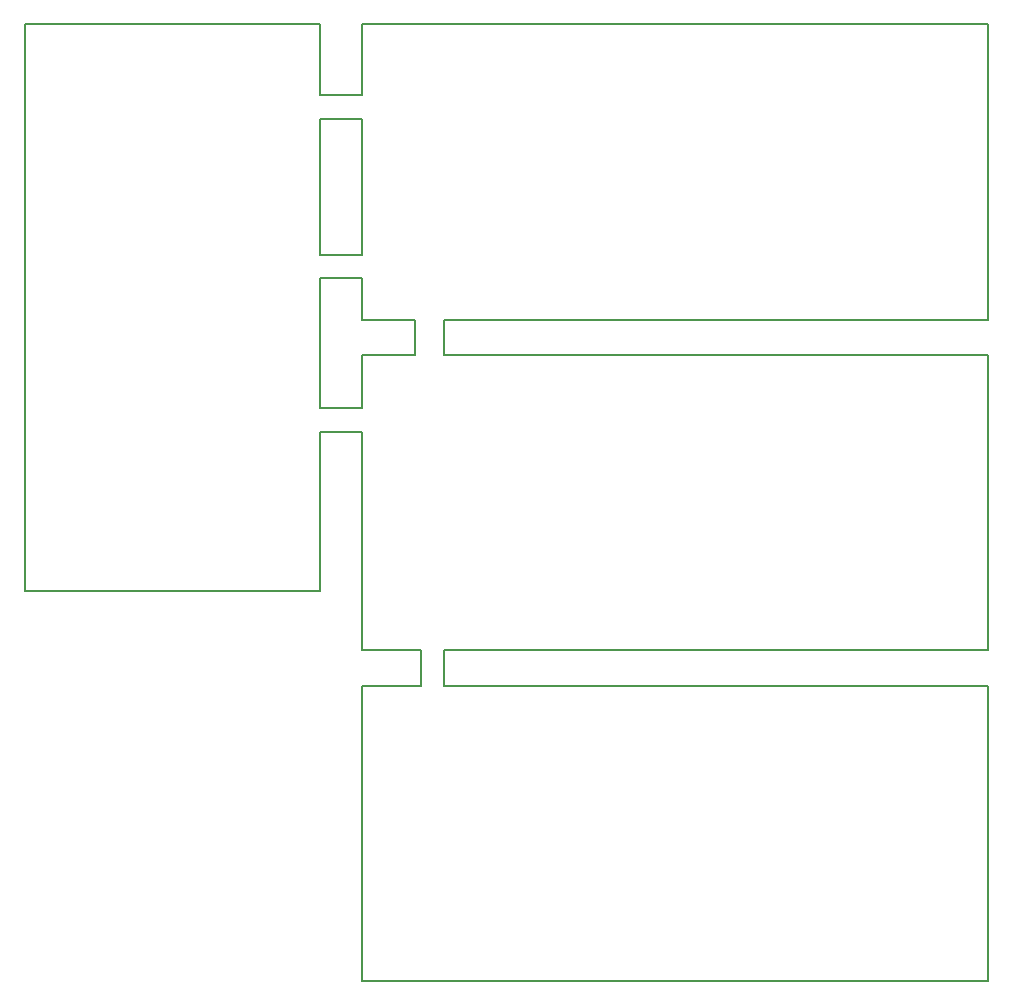
<source format=gbr>
G04 #@! TF.FileFunction,Profile,NP*
%FSLAX46Y46*%
G04 Gerber Fmt 4.6, Leading zero omitted, Abs format (unit mm)*
G04 Created by KiCad (PCBNEW 4.0.6) date 07/26/18 14:24:44*
%MOMM*%
%LPD*%
G01*
G04 APERTURE LIST*
%ADD10C,0.100000*%
%ADD11C,0.150000*%
G04 APERTURE END LIST*
D10*
D11*
X113000000Y-61000000D02*
X67000000Y-61000000D01*
X67000000Y-58000000D02*
X113000000Y-58000000D01*
X60000000Y-61000000D02*
X64500000Y-61000000D01*
X60000000Y-58000000D02*
X64500000Y-58000000D01*
X60000000Y-54500000D02*
X60000000Y-58000000D01*
X60000000Y-41000000D02*
X60000000Y-52500000D01*
X60000000Y-33000000D02*
X60000000Y-39000000D01*
X56500000Y-33000000D02*
X56500000Y-39000000D01*
X56500000Y-52500000D02*
X56500000Y-41000000D01*
X56500000Y-65500000D02*
X56500000Y-54500000D01*
X56500000Y-81000000D02*
X56500000Y-67500000D01*
X60000000Y-67500000D02*
X60000000Y-86000000D01*
X60000000Y-61000000D02*
X60000000Y-65500000D01*
X113000000Y-89000000D02*
X67000000Y-89000000D01*
X67000000Y-86000000D02*
X113000000Y-86000000D01*
X60000000Y-86000000D02*
X65000000Y-86000000D01*
X60000000Y-89000000D02*
X65000000Y-89000000D01*
X67000000Y-86000000D02*
X67000000Y-89000000D01*
X65000000Y-86000000D02*
X65000000Y-89000000D01*
X56500000Y-67500000D02*
X60000000Y-67500000D01*
X56500000Y-65500000D02*
X60000000Y-65500000D01*
X67000000Y-61000000D02*
X67000000Y-58000000D01*
X64500000Y-58000000D02*
X64500000Y-61000000D01*
X56500000Y-54500000D02*
X60000000Y-54500000D01*
X56500000Y-52500000D02*
X60000000Y-52500000D01*
X56500000Y-41000000D02*
X60000000Y-41000000D01*
X56500000Y-39000000D02*
X60000000Y-39000000D01*
X113000000Y-33000000D02*
X60000000Y-33000000D01*
X113000000Y-33000000D02*
X113000000Y-58000000D01*
X113000000Y-61000000D02*
X113000000Y-86000000D01*
X60000000Y-114000000D02*
X113000000Y-114000000D01*
X60000000Y-89000000D02*
X60000000Y-114000000D01*
X113000000Y-89000000D02*
X113000000Y-114000000D01*
X31500000Y-33000000D02*
X56500000Y-33000000D01*
X31500000Y-34500000D02*
X31500000Y-33000000D01*
X31500000Y-81000000D02*
X56500000Y-81000000D01*
X31500000Y-80500000D02*
X31500000Y-81000000D01*
X31500000Y-80500000D02*
X31500000Y-34500000D01*
M02*

</source>
